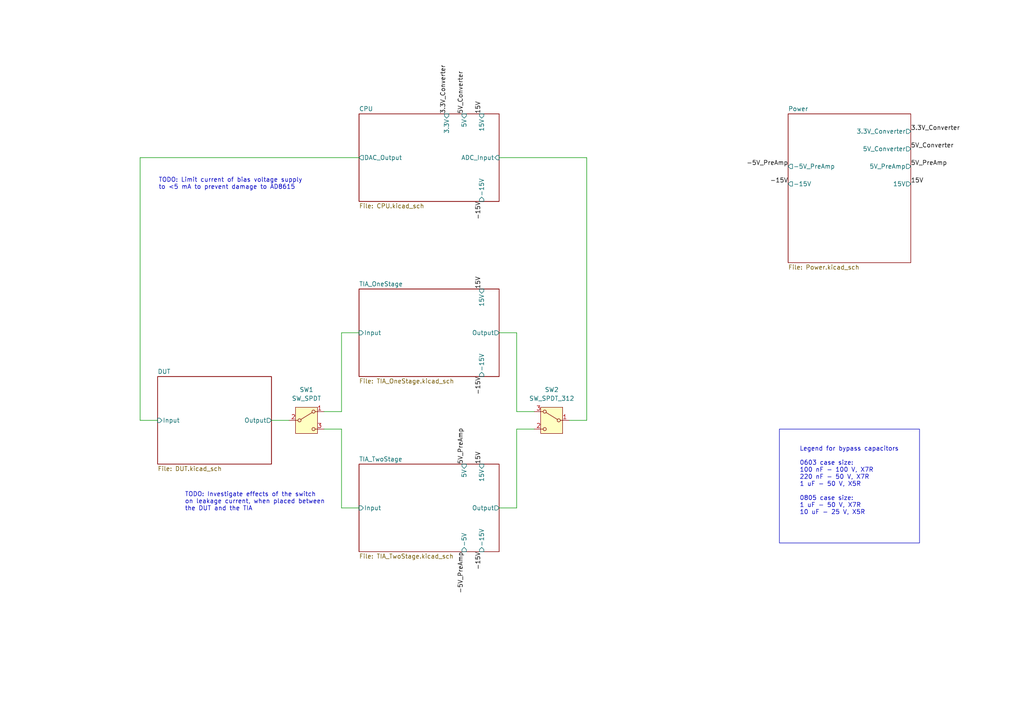
<source format=kicad_sch>
(kicad_sch (version 20250114) (generator "eeschema") (generator_version "9.0")
  (paper "A4")
  (lib_symbols
    (symbol "Switch:SW_SPDT" (pin_names (offset 0) (hide yes))
      (property "Reference" "SW" (at 0 5.08 0))
      (property "Value" "SW_SPDT" (at 0 -5.08 0))
      (symbol "SW_SPDT_0_1"
        (circle (center -2.032 0) (radius 0.4572))
        (polyline (pts (xy -1.651 0.254) (xy 1.651 2.286)))
        (circle (center 2.032 2.54) (radius 0.4572))
        (circle (center 2.032 -2.54) (radius 0.4572))
      )
      (symbol "SW_SPDT_1_1"
        (rectangle (start -3.175 3.81) (end 3.175 -3.81) (fill (type background)))
        (pin passive line (at -5.08 0 0) (length 2.54) (name "B") (number "2"))
        (pin passive line (at 5.08 2.54 180) (length 2.54) (name "A") (number "1"))
        (pin passive line (at 5.08 -2.54 180) (length 2.54) (name "C") (number "3"))
      )
    )
    (symbol "Switch:SW_SPDT_312" (pin_names (offset 1) (hide yes))
      (property "Reference" "SW" (at 0 5.08 0))
      (property "Value" "SW_SPDT_312" (at 0 -5.08 0))
      (symbol "SW_SPDT_312_0_1"
        (circle (center -2.032 0) (radius 0.4572))
        (polyline (pts (xy -1.651 0.254) (xy 1.651 2.286)))
        (circle (center 2.032 2.54) (radius 0.4572))
        (circle (center 2.032 -2.54) (radius 0.4572))
      )
      (symbol "SW_SPDT_312_1_1"
        (rectangle (start -3.175 3.81) (end 3.175 -3.81) (fill (type background)))
        (pin passive line (at -5.08 0 0) (length 2.54) (name "B") (number "1"))
        (pin passive line (at 5.08 2.54 180) (length 2.54) (name "A") (number "3"))
        (pin passive line (at 5.08 -2.54 180) (length 2.54) (name "C") (number "2"))
      )
    )
  )
  (rectangle (start 226.06 124.46) (end 266.7 157.48))
  (text "Legend for bypass capacitors\n\n0603 case size:\n100 nF - 100 V, X7R\n220 nF - 50 V, X7R\n1 uF - 50 V, X5R\n\n0805 case size:\n1 uF - 50 V, X7R\n10 uF - 25 V, X5R" (at 231.902 129.54 0) (effects (font (size 1.27 1.27)) (justify left top)))
  (text "TODO: Limit current of bias voltage supply\nto <5 mA to prevent damage to AD8615" (at 45.974 51.562 0) (effects (font (size 1.27 1.27)) (justify left top)))
  (text "TODO: Investigate effects of the switch\non leakage current, when placed between\nthe DUT and the TIA" (at 53.594 142.748 0) (effects (font (size 1.27 1.27)) (justify left top)))
  (wire (pts (xy 45.72 121.92) (xy 40.64 121.92)))
  (wire (pts (xy 40.64 45.72) (xy 104.14 45.72)))
  (wire (pts (xy 93.98 124.46) (xy 99.06 124.46)))
  (wire (pts (xy 144.78 45.72) (xy 170.18 45.72)))
  (wire (pts (xy 165.1 121.92) (xy 170.18 121.92)))
  (wire (pts (xy 99.06 96.52) (xy 104.14 96.52)))
  (wire (pts (xy 99.06 119.38) (xy 99.06 96.52)))
  (wire (pts (xy 144.78 96.52) (xy 149.86 96.52)))
  (wire (pts (xy 149.86 124.46) (xy 154.94 124.46)))
  (wire (pts (xy 149.86 147.32) (xy 149.86 124.46)))
  (wire (pts (xy 78.74 121.92) (xy 83.82 121.92)))
  (wire (pts (xy 149.86 119.38) (xy 154.94 119.38)))
  (wire (pts (xy 99.06 124.46) (xy 99.06 147.32)))
  (wire (pts (xy 93.98 119.38) (xy 99.06 119.38)))
  (wire (pts (xy 144.78 147.32) (xy 149.86 147.32)))
  (wire (pts (xy 149.86 96.52) (xy 149.86 119.38)))
  (wire (pts (xy 40.64 121.92) (xy 40.64 45.72)))
  (wire (pts (xy 99.06 147.32) (xy 104.14 147.32)))
  (wire (pts (xy 170.18 121.92) (xy 170.18 45.72)))
  (label "-15V" (at 139.7 109.22 270))
  (label "-5V_PreAmp" (at 134.62 160.02 270))
  (label "15V" (at 139.7 83.82 90))
  (label "3.3V_Converter" (at 264.16 38.1 0))
  (label "-15V" (at 139.7 160.02 270))
  (label "3.3V_Converter" (at 129.54 33.02 90))
  (label "15V" (at 264.16 53.34 0))
  (label "-15V" (at 228.6 53.34 180))
  (label "5V_PreAmp" (at 134.62 134.62 90))
  (label "5V_Converter" (at 264.16 43.18 0))
  (label "5V_Converter" (at 134.62 33.02 90))
  (label "15V" (at 139.7 33.02 90))
  (label "-15V" (at 139.7 58.42 270))
  (label "-5V_PreAmp" (at 228.6 48.26 180))
  (label "15V" (at 139.7 134.62 90))
  (label "5V_PreAmp" (at 264.16 48.26 0))
  (symbol (lib_id "Switch:SW_SPDT") (at 88.9 121.92 0) (unit 1)
    (property "Reference" "SW1" (at 88.9 113.03 0))
    (property "Value" "SW_SPDT" (at 88.9 115.57 0))
    (property "Description" "Switch, single pole double throw" (effects (hide yes)))
  )
  (symbol (lib_id "Switch:SW_SPDT_312") (at 160.02 121.92 0) (mirror y) (unit 1)
    (property "Reference" "SW2" (at 160.02 113.03 0))
    (property "Value" "SW_SPDT_312" (at 160.02 115.57 0))
    (property "Description" "Switch, single pole double throw" (effects (hide yes)))
  )
  (sheet (at 104.14 134.62) (size 40.64 25.4) (stroke (width 0.1524))
    (property "Sheetname" "TIA_TwoStage" (at 104.14 133.9084 0) (effects (justify left bottom)))
    (property "Sheetfile" "TIA_TwoStage.kicad_sch" (at 104.14 160.6046 0) (effects (justify left top)))
    (pin "-5V" input (at 134.62 160.02 270))
    (pin "-15V" input (at 139.7 160.02 270))
    (pin "5V" input (at 134.62 134.62 90))
    (pin "15V" input (at 139.7 134.62 90))
    (pin "Input" input (at 104.14 147.32 180))
    (pin "Output" output (at 144.78 147.32 0))
  )
  (sheet (at 104.14 33.02) (size 40.64 25.4) (stroke (width 0.1524))
    (property "Sheetname" "CPU" (at 104.14 32.3084 0) (effects (justify left bottom)))
    (property "Sheetfile" "CPU.kicad_sch" (at 104.14 59.0046 0) (effects (justify left top)))
    (pin "-15V" input (at 139.7 58.42 270))
    (pin "3.3V" input (at 129.54 33.02 90))
    (pin "5V" input (at 134.62 33.02 90))
    (pin "15V" input (at 139.7 33.02 90))
    (pin "ADC_Input" input (at 144.78 45.72 0))
    (pin "DAC_Output" output (at 104.14 45.72 180))
  )
  (sheet (at 228.6 33.02) (size 35.56 43.18) (stroke (width 0.1524))
    (property "Sheetname" "Power" (at 228.6 32.3084 0) (effects (justify left bottom)))
    (property "Sheetfile" "Power.kicad_sch" (at 228.6 76.7846 0) (effects (justify left top)))
    (pin "-5V_PreAmp" output (at 228.6 48.26 180))
    (pin "-15V" output (at 228.6 53.34 180))
    (pin "3.3V_Converter" output (at 264.16 38.1 0))
    (pin "5V_Converter" output (at 264.16 43.18 0))
    (pin "5V_PreAmp" output (at 264.16 48.26 0))
    (pin "15V" output (at 264.16 53.34 0))
  )
  (sheet (at 45.72 109.22) (size 33.02 25.4) (stroke (width 0.1524))
    (property "Sheetname" "DUT" (at 45.72 108.5084 0) (effects (justify left bottom)))
    (property "Sheetfile" "DUT.kicad_sch" (at 45.72 135.2046 0) (effects (justify left top)))
    (pin "Input" input (at 45.72 121.92 180))
    (pin "Output" output (at 78.74 121.92 0))
  )
  (sheet (at 104.14 83.82) (size 40.64 25.4) (stroke (width 0.1524))
    (property "Sheetname" "TIA_OneStage" (at 104.14 83.1084 0) (effects (justify left bottom)))
    (property "Sheetfile" "TIA_OneStage.kicad_sch" (at 104.14 109.8046 0) (effects (justify left top)))
    (pin "-15V" input (at 139.7 109.22 270))
    (pin "15V" input (at 139.7 83.82 90))
    (pin "Input" input (at 104.14 96.52 180))
    (pin "Output" output (at 144.78 96.52 0))
  )
)
</source>
